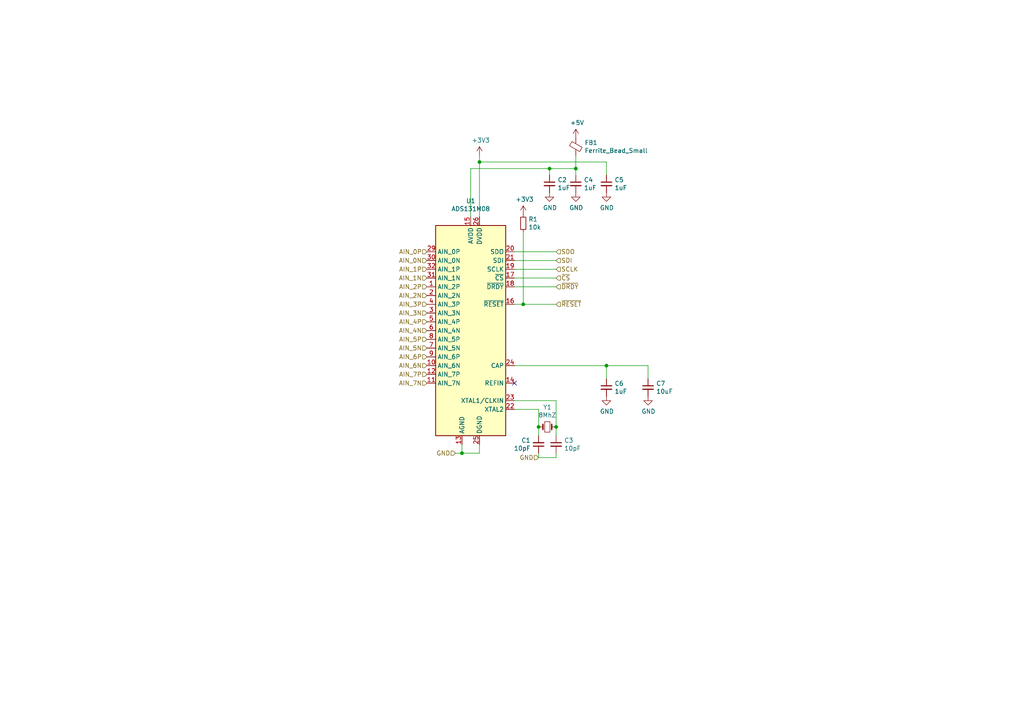
<source format=kicad_sch>
(kicad_sch (version 20211123) (generator eeschema)

  (uuid 065b9982-55f2-4822-977e-07e8a06e7b35)

  (paper "A4")

  (lib_symbols
    (symbol "Device:C_Small" (pin_numbers hide) (pin_names (offset 0.254) hide) (in_bom yes) (on_board yes)
      (property "Reference" "C" (id 0) (at 0.254 1.778 0)
        (effects (font (size 1.27 1.27)) (justify left))
      )
      (property "Value" "C_Small" (id 1) (at 0.254 -2.032 0)
        (effects (font (size 1.27 1.27)) (justify left))
      )
      (property "Footprint" "" (id 2) (at 0 0 0)
        (effects (font (size 1.27 1.27)) hide)
      )
      (property "Datasheet" "~" (id 3) (at 0 0 0)
        (effects (font (size 1.27 1.27)) hide)
      )
      (property "ki_keywords" "capacitor cap" (id 4) (at 0 0 0)
        (effects (font (size 1.27 1.27)) hide)
      )
      (property "ki_description" "Unpolarized capacitor, small symbol" (id 5) (at 0 0 0)
        (effects (font (size 1.27 1.27)) hide)
      )
      (property "ki_fp_filters" "C_*" (id 6) (at 0 0 0)
        (effects (font (size 1.27 1.27)) hide)
      )
      (symbol "C_Small_0_1"
        (polyline
          (pts
            (xy -1.524 -0.508)
            (xy 1.524 -0.508)
          )
          (stroke (width 0.3302) (type default) (color 0 0 0 0))
          (fill (type none))
        )
        (polyline
          (pts
            (xy -1.524 0.508)
            (xy 1.524 0.508)
          )
          (stroke (width 0.3048) (type default) (color 0 0 0 0))
          (fill (type none))
        )
      )
      (symbol "C_Small_1_1"
        (pin passive line (at 0 2.54 270) (length 2.032)
          (name "~" (effects (font (size 1.27 1.27))))
          (number "1" (effects (font (size 1.27 1.27))))
        )
        (pin passive line (at 0 -2.54 90) (length 2.032)
          (name "~" (effects (font (size 1.27 1.27))))
          (number "2" (effects (font (size 1.27 1.27))))
        )
      )
    )
    (symbol "Device:Crystal_Small" (pin_numbers hide) (pin_names (offset 1.016) hide) (in_bom yes) (on_board yes)
      (property "Reference" "Y" (id 0) (at 0 2.54 0)
        (effects (font (size 1.27 1.27)))
      )
      (property "Value" "Crystal_Small" (id 1) (at 0 -2.54 0)
        (effects (font (size 1.27 1.27)))
      )
      (property "Footprint" "" (id 2) (at 0 0 0)
        (effects (font (size 1.27 1.27)) hide)
      )
      (property "Datasheet" "~" (id 3) (at 0 0 0)
        (effects (font (size 1.27 1.27)) hide)
      )
      (property "ki_keywords" "quartz ceramic resonator oscillator" (id 4) (at 0 0 0)
        (effects (font (size 1.27 1.27)) hide)
      )
      (property "ki_description" "Two pin crystal, small symbol" (id 5) (at 0 0 0)
        (effects (font (size 1.27 1.27)) hide)
      )
      (property "ki_fp_filters" "Crystal*" (id 6) (at 0 0 0)
        (effects (font (size 1.27 1.27)) hide)
      )
      (symbol "Crystal_Small_0_1"
        (rectangle (start -0.762 -1.524) (end 0.762 1.524)
          (stroke (width 0) (type default) (color 0 0 0 0))
          (fill (type none))
        )
        (polyline
          (pts
            (xy -1.27 -0.762)
            (xy -1.27 0.762)
          )
          (stroke (width 0.381) (type default) (color 0 0 0 0))
          (fill (type none))
        )
        (polyline
          (pts
            (xy 1.27 -0.762)
            (xy 1.27 0.762)
          )
          (stroke (width 0.381) (type default) (color 0 0 0 0))
          (fill (type none))
        )
      )
      (symbol "Crystal_Small_1_1"
        (pin passive line (at -2.54 0 0) (length 1.27)
          (name "1" (effects (font (size 1.27 1.27))))
          (number "1" (effects (font (size 1.27 1.27))))
        )
        (pin passive line (at 2.54 0 180) (length 1.27)
          (name "2" (effects (font (size 1.27 1.27))))
          (number "2" (effects (font (size 1.27 1.27))))
        )
      )
    )
    (symbol "Device:Ferrite_Bead_Small" (pin_numbers hide) (pin_names (offset 0)) (in_bom yes) (on_board yes)
      (property "Reference" "FB" (id 0) (at 1.905 1.27 0)
        (effects (font (size 1.27 1.27)) (justify left))
      )
      (property "Value" "Device_Ferrite_Bead_Small" (id 1) (at 1.905 -1.27 0)
        (effects (font (size 1.27 1.27)) (justify left))
      )
      (property "Footprint" "" (id 2) (at -1.778 0 90)
        (effects (font (size 1.27 1.27)) hide)
      )
      (property "Datasheet" "" (id 3) (at 0 0 0)
        (effects (font (size 1.27 1.27)) hide)
      )
      (property "ki_fp_filters" "Inductor_* L_* *Ferrite*" (id 4) (at 0 0 0)
        (effects (font (size 1.27 1.27)) hide)
      )
      (symbol "Ferrite_Bead_Small_0_1"
        (polyline
          (pts
            (xy 0 -1.27)
            (xy 0 -0.7874)
          )
          (stroke (width 0) (type default) (color 0 0 0 0))
          (fill (type none))
        )
        (polyline
          (pts
            (xy 0 0.889)
            (xy 0 1.2954)
          )
          (stroke (width 0) (type default) (color 0 0 0 0))
          (fill (type none))
        )
        (polyline
          (pts
            (xy -1.8288 0.2794)
            (xy -1.1176 1.4986)
            (xy 1.8288 -0.2032)
            (xy 1.1176 -1.4224)
            (xy -1.8288 0.2794)
          )
          (stroke (width 0) (type default) (color 0 0 0 0))
          (fill (type none))
        )
      )
      (symbol "Ferrite_Bead_Small_1_1"
        (pin passive line (at 0 2.54 270) (length 1.27)
          (name "~" (effects (font (size 1.27 1.27))))
          (number "1" (effects (font (size 1.27 1.27))))
        )
        (pin passive line (at 0 -2.54 90) (length 1.27)
          (name "~" (effects (font (size 1.27 1.27))))
          (number "2" (effects (font (size 1.27 1.27))))
        )
      )
    )
    (symbol "Device:R_Small" (pin_numbers hide) (pin_names (offset 0.254) hide) (in_bom yes) (on_board yes)
      (property "Reference" "R" (id 0) (at 0.762 0.508 0)
        (effects (font (size 1.27 1.27)) (justify left))
      )
      (property "Value" "R_Small" (id 1) (at 0.762 -1.016 0)
        (effects (font (size 1.27 1.27)) (justify left))
      )
      (property "Footprint" "" (id 2) (at 0 0 0)
        (effects (font (size 1.27 1.27)) hide)
      )
      (property "Datasheet" "~" (id 3) (at 0 0 0)
        (effects (font (size 1.27 1.27)) hide)
      )
      (property "ki_keywords" "R resistor" (id 4) (at 0 0 0)
        (effects (font (size 1.27 1.27)) hide)
      )
      (property "ki_description" "Resistor, small symbol" (id 5) (at 0 0 0)
        (effects (font (size 1.27 1.27)) hide)
      )
      (property "ki_fp_filters" "R_*" (id 6) (at 0 0 0)
        (effects (font (size 1.27 1.27)) hide)
      )
      (symbol "R_Small_0_1"
        (rectangle (start -0.762 1.778) (end 0.762 -1.778)
          (stroke (width 0.2032) (type default) (color 0 0 0 0))
          (fill (type none))
        )
      )
      (symbol "R_Small_1_1"
        (pin passive line (at 0 2.54 270) (length 0.762)
          (name "~" (effects (font (size 1.27 1.27))))
          (number "1" (effects (font (size 1.27 1.27))))
        )
        (pin passive line (at 0 -2.54 90) (length 0.762)
          (name "~" (effects (font (size 1.27 1.27))))
          (number "2" (effects (font (size 1.27 1.27))))
        )
      )
    )
    (symbol "local:ADS131M08" (in_bom yes) (on_board yes)
      (property "Reference" "U?" (id 0) (at 0 37.6174 0)
        (effects (font (size 1.27 1.27)))
      )
      (property "Value" "ADS131M08" (id 1) (at 0 35.306 0)
        (effects (font (size 1.27 1.27)))
      )
      (property "Footprint" "Package_DFN_QFN:WQFN-32-1EP_5x5mm_P0.5mm_EP3.1x3.1mm" (id 2) (at 0 0 0)
        (effects (font (size 1.27 1.27)) hide)
      )
      (property "Datasheet" "https://www.ti.com/lit/ds/symlink/ads131m08.pdf?ts=1648074248791&ref_url=https%253A%252F%252Fwww.ti.com%252Fproduct%252FADS131M08" (id 3) (at 24.13 33.02 0)
        (effects (font (size 1.27 1.27)) hide)
      )
      (property "ki_fp_filters" "TSSOP*4.4x9.7mm*P0.5mm*" (id 4) (at 0 0 0)
        (effects (font (size 1.27 1.27)) hide)
      )
      (symbol "ADS131M08_0_1"
        (rectangle (start -10.16 30.48) (end 10.16 -30.48)
          (stroke (width 0.254) (type default) (color 0 0 0 0))
          (fill (type background))
        )
      )
      (symbol "ADS131M08_1_1"
        (pin input line (at -12.7 12.7 0) (length 2.54)
          (name "AIN_2P" (effects (font (size 1.27 1.27))))
          (number "1" (effects (font (size 1.27 1.27))))
        )
        (pin input line (at -12.7 -10.16 0) (length 2.54)
          (name "AIN_6N" (effects (font (size 1.27 1.27))))
          (number "10" (effects (font (size 1.27 1.27))))
        )
        (pin input line (at -12.7 -15.24 0) (length 2.54)
          (name "AIN_7N" (effects (font (size 1.27 1.27))))
          (number "11" (effects (font (size 1.27 1.27))))
        )
        (pin input line (at -12.7 -12.7 0) (length 2.54)
          (name "AIN_7P" (effects (font (size 1.27 1.27))))
          (number "12" (effects (font (size 1.27 1.27))))
        )
        (pin power_in line (at -2.54 -33.02 90) (length 2.54)
          (name "AGND" (effects (font (size 1.27 1.27))))
          (number "13" (effects (font (size 1.27 1.27))))
        )
        (pin passive line (at 12.7 -15.24 180) (length 2.54)
          (name "REFIN" (effects (font (size 1.27 1.27))))
          (number "14" (effects (font (size 1.27 1.27))))
        )
        (pin power_in line (at 0 33.02 270) (length 2.54)
          (name "AVDD" (effects (font (size 1.27 1.27))))
          (number "15" (effects (font (size 1.27 1.27))))
        )
        (pin input line (at 12.7 7.62 180) (length 2.54)
          (name "~{RESET}" (effects (font (size 1.27 1.27))))
          (number "16" (effects (font (size 1.27 1.27))))
        )
        (pin input line (at 12.7 15.24 180) (length 2.54)
          (name "~{CS}" (effects (font (size 1.27 1.27))))
          (number "17" (effects (font (size 1.27 1.27))))
        )
        (pin input line (at 12.7 12.7 180) (length 2.54)
          (name "~{DRDY}" (effects (font (size 1.27 1.27))))
          (number "18" (effects (font (size 1.27 1.27))))
        )
        (pin input line (at 12.7 17.78 180) (length 2.54)
          (name "SCLK" (effects (font (size 1.27 1.27))))
          (number "19" (effects (font (size 1.27 1.27))))
        )
        (pin input line (at -12.7 10.16 0) (length 2.54)
          (name "AIN_2N" (effects (font (size 1.27 1.27))))
          (number "2" (effects (font (size 1.27 1.27))))
        )
        (pin output line (at 12.7 22.86 180) (length 2.54)
          (name "SDO" (effects (font (size 1.27 1.27))))
          (number "20" (effects (font (size 1.27 1.27))))
        )
        (pin input line (at 12.7 20.32 180) (length 2.54)
          (name "SDI" (effects (font (size 1.27 1.27))))
          (number "21" (effects (font (size 1.27 1.27))))
        )
        (pin output line (at 12.7 -22.86 180) (length 2.54)
          (name "XTAL2" (effects (font (size 1.27 1.27))))
          (number "22" (effects (font (size 1.27 1.27))))
        )
        (pin input line (at 12.7 -20.32 180) (length 2.54)
          (name "XTAL1/CLKIN" (effects (font (size 1.27 1.27))))
          (number "23" (effects (font (size 1.27 1.27))))
        )
        (pin passive line (at 12.7 -10.16 180) (length 2.54)
          (name "CAP" (effects (font (size 1.27 1.27))))
          (number "24" (effects (font (size 1.27 1.27))))
        )
        (pin power_in line (at 2.54 -33.02 90) (length 2.54)
          (name "DGND" (effects (font (size 1.27 1.27))))
          (number "25" (effects (font (size 1.27 1.27))))
        )
        (pin power_in line (at 2.54 33.02 270) (length 2.54)
          (name "DVDD" (effects (font (size 1.27 1.27))))
          (number "26" (effects (font (size 1.27 1.27))))
        )
        (pin no_connect line (at 10.16 -5.08 180) (length 2.54) hide
          (name "DNC" (effects (font (size 1.27 1.27))))
          (number "27" (effects (font (size 1.27 1.27))))
        )
        (pin passive line (at -2.54 -33.02 90) (length 2.54) hide
          (name "AGND" (effects (font (size 1.27 1.27))))
          (number "28" (effects (font (size 1.27 1.27))))
        )
        (pin input line (at -12.7 22.86 0) (length 2.54)
          (name "AIN_0P" (effects (font (size 1.27 1.27))))
          (number "29" (effects (font (size 1.27 1.27))))
        )
        (pin input line (at -12.7 5.08 0) (length 2.54)
          (name "AIN_3N" (effects (font (size 1.27 1.27))))
          (number "3" (effects (font (size 1.27 1.27))))
        )
        (pin input line (at -12.7 20.32 0) (length 2.54)
          (name "AIN_0N" (effects (font (size 1.27 1.27))))
          (number "30" (effects (font (size 1.27 1.27))))
        )
        (pin input line (at -12.7 15.24 0) (length 2.54)
          (name "AIN_1N" (effects (font (size 1.27 1.27))))
          (number "31" (effects (font (size 1.27 1.27))))
        )
        (pin input line (at -12.7 17.78 0) (length 2.54)
          (name "AIN_1P" (effects (font (size 1.27 1.27))))
          (number "32" (effects (font (size 1.27 1.27))))
        )
        (pin passive line (at -2.54 -33.02 90) (length 2.54) hide
          (name "AGND" (effects (font (size 1.27 1.27))))
          (number "33" (effects (font (size 1.27 1.27))))
        )
        (pin input line (at -12.7 7.62 0) (length 2.54)
          (name "AIN_3P" (effects (font (size 1.27 1.27))))
          (number "4" (effects (font (size 1.27 1.27))))
        )
        (pin input line (at -12.7 2.54 0) (length 2.54)
          (name "AIN_4P" (effects (font (size 1.27 1.27))))
          (number "5" (effects (font (size 1.27 1.27))))
        )
        (pin input line (at -12.7 0 0) (length 2.54)
          (name "AIN_4N" (effects (font (size 1.27 1.27))))
          (number "6" (effects (font (size 1.27 1.27))))
        )
        (pin input line (at -12.7 -5.08 0) (length 2.54)
          (name "AIN_5N" (effects (font (size 1.27 1.27))))
          (number "7" (effects (font (size 1.27 1.27))))
        )
        (pin input line (at -12.7 -2.54 0) (length 2.54)
          (name "AIN_5P" (effects (font (size 1.27 1.27))))
          (number "8" (effects (font (size 1.27 1.27))))
        )
        (pin input line (at -12.7 -7.62 0) (length 2.54)
          (name "AIN_6P" (effects (font (size 1.27 1.27))))
          (number "9" (effects (font (size 1.27 1.27))))
        )
      )
    )
    (symbol "power:+3.3V" (power) (pin_names (offset 0)) (in_bom yes) (on_board yes)
      (property "Reference" "#PWR" (id 0) (at 0 -3.81 0)
        (effects (font (size 1.27 1.27)) hide)
      )
      (property "Value" "+3.3V" (id 1) (at 0 3.556 0)
        (effects (font (size 1.27 1.27)))
      )
      (property "Footprint" "" (id 2) (at 0 0 0)
        (effects (font (size 1.27 1.27)) hide)
      )
      (property "Datasheet" "" (id 3) (at 0 0 0)
        (effects (font (size 1.27 1.27)) hide)
      )
      (property "ki_keywords" "power-flag" (id 4) (at 0 0 0)
        (effects (font (size 1.27 1.27)) hide)
      )
      (property "ki_description" "Power symbol creates a global label with name \"+3.3V\"" (id 5) (at 0 0 0)
        (effects (font (size 1.27 1.27)) hide)
      )
      (symbol "+3.3V_0_1"
        (polyline
          (pts
            (xy -0.762 1.27)
            (xy 0 2.54)
          )
          (stroke (width 0) (type default) (color 0 0 0 0))
          (fill (type none))
        )
        (polyline
          (pts
            (xy 0 0)
            (xy 0 2.54)
          )
          (stroke (width 0) (type default) (color 0 0 0 0))
          (fill (type none))
        )
        (polyline
          (pts
            (xy 0 2.54)
            (xy 0.762 1.27)
          )
          (stroke (width 0) (type default) (color 0 0 0 0))
          (fill (type none))
        )
      )
      (symbol "+3.3V_1_1"
        (pin power_in line (at 0 0 90) (length 0) hide
          (name "+3V3" (effects (font (size 1.27 1.27))))
          (number "1" (effects (font (size 1.27 1.27))))
        )
      )
    )
    (symbol "power:+5V" (power) (pin_names (offset 0)) (in_bom yes) (on_board yes)
      (property "Reference" "#PWR" (id 0) (at 0 -3.81 0)
        (effects (font (size 1.27 1.27)) hide)
      )
      (property "Value" "+5V" (id 1) (at 0 3.556 0)
        (effects (font (size 1.27 1.27)))
      )
      (property "Footprint" "" (id 2) (at 0 0 0)
        (effects (font (size 1.27 1.27)) hide)
      )
      (property "Datasheet" "" (id 3) (at 0 0 0)
        (effects (font (size 1.27 1.27)) hide)
      )
      (property "ki_keywords" "power-flag" (id 4) (at 0 0 0)
        (effects (font (size 1.27 1.27)) hide)
      )
      (property "ki_description" "Power symbol creates a global label with name \"+5V\"" (id 5) (at 0 0 0)
        (effects (font (size 1.27 1.27)) hide)
      )
      (symbol "+5V_0_1"
        (polyline
          (pts
            (xy -0.762 1.27)
            (xy 0 2.54)
          )
          (stroke (width 0) (type default) (color 0 0 0 0))
          (fill (type none))
        )
        (polyline
          (pts
            (xy 0 0)
            (xy 0 2.54)
          )
          (stroke (width 0) (type default) (color 0 0 0 0))
          (fill (type none))
        )
        (polyline
          (pts
            (xy 0 2.54)
            (xy 0.762 1.27)
          )
          (stroke (width 0) (type default) (color 0 0 0 0))
          (fill (type none))
        )
      )
      (symbol "+5V_1_1"
        (pin power_in line (at 0 0 90) (length 0) hide
          (name "+5V" (effects (font (size 1.27 1.27))))
          (number "1" (effects (font (size 1.27 1.27))))
        )
      )
    )
    (symbol "power:GND" (power) (pin_names (offset 0)) (in_bom yes) (on_board yes)
      (property "Reference" "#PWR" (id 0) (at 0 -6.35 0)
        (effects (font (size 1.27 1.27)) hide)
      )
      (property "Value" "GND" (id 1) (at 0 -3.81 0)
        (effects (font (size 1.27 1.27)))
      )
      (property "Footprint" "" (id 2) (at 0 0 0)
        (effects (font (size 1.27 1.27)) hide)
      )
      (property "Datasheet" "" (id 3) (at 0 0 0)
        (effects (font (size 1.27 1.27)) hide)
      )
      (property "ki_keywords" "power-flag" (id 4) (at 0 0 0)
        (effects (font (size 1.27 1.27)) hide)
      )
      (property "ki_description" "Power symbol creates a global label with name \"GND\" , ground" (id 5) (at 0 0 0)
        (effects (font (size 1.27 1.27)) hide)
      )
      (symbol "GND_0_1"
        (polyline
          (pts
            (xy 0 0)
            (xy 0 -1.27)
            (xy 1.27 -1.27)
            (xy 0 -2.54)
            (xy -1.27 -1.27)
            (xy 0 -1.27)
          )
          (stroke (width 0) (type default) (color 0 0 0 0))
          (fill (type none))
        )
      )
      (symbol "GND_1_1"
        (pin power_in line (at 0 0 270) (length 0) hide
          (name "GND" (effects (font (size 1.27 1.27))))
          (number "1" (effects (font (size 1.27 1.27))))
        )
      )
    )
  )

  (junction (at 175.895 106.045) (diameter 0) (color 0 0 0 0)
    (uuid 2878a73c-5447-4cd9-8194-14f52ab9459c)
  )
  (junction (at 156.21 123.825) (diameter 0) (color 0 0 0 0)
    (uuid 7d0dab95-9e7a-486e-a1d7-fc48860fd57d)
  )
  (junction (at 167.005 48.895) (diameter 0) (color 0 0 0 0)
    (uuid aa79024d-ca7e-4c24-b127-7df08bbd0c75)
  )
  (junction (at 133.985 131.445) (diameter 0) (color 0 0 0 0)
    (uuid b7bf6e08-7978-4190-aff5-c90d967f0f9c)
  )
  (junction (at 151.765 88.265) (diameter 0) (color 0 0 0 0)
    (uuid c454102f-dc92-4550-9492-797fc8e6b49c)
  )
  (junction (at 161.29 123.825) (diameter 0) (color 0 0 0 0)
    (uuid c8a44971-63c1-4a19-879d-b6647b2dc08d)
  )
  (junction (at 139.065 46.99) (diameter 0) (color 0 0 0 0)
    (uuid d7417d8a-c372-4e78-9329-f1978dccc711)
  )
  (junction (at 159.385 48.895) (diameter 0) (color 0 0 0 0)
    (uuid fa918b6d-f6cf-4471-be3b-4ff713f55a2e)
  )

  (no_connect (at 149.225 111.125) (uuid 7a879184-fad8-4feb-afb5-86fe8d34f1f7))

  (wire (pts (xy 161.29 132.715) (xy 161.29 131.445))
    (stroke (width 0) (type default) (color 0 0 0 0))
    (uuid 0ceb97d6-1b0f-4b71-921e-b0955c30c998)
  )
  (wire (pts (xy 175.895 106.045) (xy 187.96 106.045))
    (stroke (width 0) (type default) (color 0 0 0 0))
    (uuid 109caac1-5036-4f23-9a66-f569d871501b)
  )
  (wire (pts (xy 156.21 123.825) (xy 156.21 126.365))
    (stroke (width 0) (type default) (color 0 0 0 0))
    (uuid 1241b7f2-e266-4f5c-8a97-9f0f9d0eef37)
  )
  (wire (pts (xy 175.895 109.855) (xy 175.895 106.045))
    (stroke (width 0) (type default) (color 0 0 0 0))
    (uuid 19b0959e-a79b-43b2-a5ad-525ced7e9131)
  )
  (wire (pts (xy 161.29 116.205) (xy 161.29 123.825))
    (stroke (width 0) (type default) (color 0 0 0 0))
    (uuid 27b2eb82-662b-42d8-90e6-830fec4bb8d2)
  )
  (wire (pts (xy 187.96 106.045) (xy 187.96 109.855))
    (stroke (width 0) (type default) (color 0 0 0 0))
    (uuid 31540a7e-dc9e-4e4d-96b1-dab15efa5f4b)
  )
  (wire (pts (xy 161.29 73.025) (xy 149.225 73.025))
    (stroke (width 0) (type default) (color 0 0 0 0))
    (uuid 3b686d17-1000-4762-ba31-589d599a3edf)
  )
  (wire (pts (xy 136.525 48.895) (xy 159.385 48.895))
    (stroke (width 0) (type default) (color 0 0 0 0))
    (uuid 477892a1-722e-4cda-bb6c-fcdb8ba5f93e)
  )
  (wire (pts (xy 139.065 45.085) (xy 139.065 46.99))
    (stroke (width 0) (type default) (color 0 0 0 0))
    (uuid 4db55cb8-197b-4402-871f-ce582b65664b)
  )
  (wire (pts (xy 161.29 88.265) (xy 151.765 88.265))
    (stroke (width 0) (type default) (color 0 0 0 0))
    (uuid 501880c3-8633-456f-9add-0e8fa1932ba6)
  )
  (wire (pts (xy 161.29 83.185) (xy 149.225 83.185))
    (stroke (width 0) (type default) (color 0 0 0 0))
    (uuid 5701b80f-f006-4814-81c9-0c7f006088a9)
  )
  (wire (pts (xy 156.21 123.825) (xy 156.21 118.745))
    (stroke (width 0) (type default) (color 0 0 0 0))
    (uuid 5d3d7893-1d11-4f1d-9052-85cf0e07d281)
  )
  (wire (pts (xy 161.29 123.825) (xy 161.29 126.365))
    (stroke (width 0) (type default) (color 0 0 0 0))
    (uuid 6241e6d3-a754-45b6-9f7c-e43019b93226)
  )
  (wire (pts (xy 133.985 128.905) (xy 133.985 131.445))
    (stroke (width 0) (type default) (color 0 0 0 0))
    (uuid 626679e8-6101-4722-ac57-5b8d9dab4c8b)
  )
  (wire (pts (xy 161.29 78.105) (xy 149.225 78.105))
    (stroke (width 0) (type default) (color 0 0 0 0))
    (uuid 66bc2bca-dab7-4947-a0ff-403cdaf9fb89)
  )
  (wire (pts (xy 156.21 118.745) (xy 149.225 118.745))
    (stroke (width 0) (type default) (color 0 0 0 0))
    (uuid 79476267-290e-445f-995b-0afd0e11a4b5)
  )
  (wire (pts (xy 149.225 116.205) (xy 161.29 116.205))
    (stroke (width 0) (type default) (color 0 0 0 0))
    (uuid 8b290a17-6328-4178-9131-29524d345539)
  )
  (wire (pts (xy 149.225 106.045) (xy 175.895 106.045))
    (stroke (width 0) (type default) (color 0 0 0 0))
    (uuid 8c1605f9-6c91-4701-96bf-e753661d5e23)
  )
  (wire (pts (xy 159.385 50.8) (xy 159.385 48.895))
    (stroke (width 0) (type default) (color 0 0 0 0))
    (uuid 9031bb33-c6aa-4758-bf5c-3274ed3ebab7)
  )
  (wire (pts (xy 151.765 67.31) (xy 151.765 88.265))
    (stroke (width 0) (type default) (color 0 0 0 0))
    (uuid 9186fd02-f30d-4e17-aa38-378ab73e3908)
  )
  (wire (pts (xy 161.29 75.565) (xy 149.225 75.565))
    (stroke (width 0) (type default) (color 0 0 0 0))
    (uuid 9286cf02-1563-41d2-9931-c192c33bab31)
  )
  (wire (pts (xy 159.385 48.895) (xy 167.005 48.895))
    (stroke (width 0) (type default) (color 0 0 0 0))
    (uuid 9aedbb9e-8340-4899-b813-05b23382a36b)
  )
  (wire (pts (xy 161.29 80.645) (xy 149.225 80.645))
    (stroke (width 0) (type default) (color 0 0 0 0))
    (uuid 9b6bb172-1ac4-440a-ac75-c1917d9d59c7)
  )
  (wire (pts (xy 132.08 131.445) (xy 133.985 131.445))
    (stroke (width 0) (type default) (color 0 0 0 0))
    (uuid 9f782c92-a5e8-49db-bfda-752b35522ce4)
  )
  (wire (pts (xy 136.525 62.865) (xy 136.525 48.895))
    (stroke (width 0) (type default) (color 0 0 0 0))
    (uuid a48794f1-3fb2-41f2-81c1-7fb24334d2ac)
  )
  (wire (pts (xy 156.21 131.445) (xy 156.21 132.715))
    (stroke (width 0) (type default) (color 0 0 0 0))
    (uuid a7f25f41-0b4c-4430-b6cd-b2160b2db099)
  )
  (wire (pts (xy 139.065 46.99) (xy 175.895 46.99))
    (stroke (width 0) (type default) (color 0 0 0 0))
    (uuid b09666f9-12f1-4ee9-8877-2292c94258ca)
  )
  (wire (pts (xy 133.985 131.445) (xy 139.065 131.445))
    (stroke (width 0) (type default) (color 0 0 0 0))
    (uuid b59f18ce-2e34-4b6e-b14d-8d73b8268179)
  )
  (wire (pts (xy 175.895 50.8) (xy 175.895 46.99))
    (stroke (width 0) (type default) (color 0 0 0 0))
    (uuid c7af8405-da2e-4a34-b9b8-518f342f8995)
  )
  (wire (pts (xy 139.065 46.99) (xy 139.065 62.865))
    (stroke (width 0) (type default) (color 0 0 0 0))
    (uuid cc269e33-056f-4019-90fe-c6d021b8723d)
  )
  (wire (pts (xy 139.065 131.445) (xy 139.065 128.905))
    (stroke (width 0) (type default) (color 0 0 0 0))
    (uuid ccc4cc25-ac17-45ef-825c-e079951ffb21)
  )
  (wire (pts (xy 149.225 88.265) (xy 151.765 88.265))
    (stroke (width 0) (type default) (color 0 0 0 0))
    (uuid d1eca865-05c5-48a4-96cf-ed5f8a640e25)
  )
  (wire (pts (xy 156.21 132.715) (xy 161.29 132.715))
    (stroke (width 0) (type default) (color 0 0 0 0))
    (uuid f1782535-55f4-4299-bd4f-6f51b0b7259c)
  )
  (wire (pts (xy 167.005 45.085) (xy 167.005 48.895))
    (stroke (width 0) (type default) (color 0 0 0 0))
    (uuid f7667b23-296e-4362-a7e3-949632c8954b)
  )
  (wire (pts (xy 167.005 48.895) (xy 167.005 50.8))
    (stroke (width 0) (type default) (color 0 0 0 0))
    (uuid f8fc38ec-0b98-40bc-ae2f-e5cc29973bca)
  )

  (hierarchical_label "AIN_4N" (shape input) (at 123.825 95.885 180)
    (effects (font (size 1.27 1.27)) (justify right))
    (uuid 18d11f32-e1a6-4f29-8e3c-0bfeb07299bd)
  )
  (hierarchical_label "GND" (shape input) (at 156.21 132.715 180)
    (effects (font (size 1.27 1.27)) (justify right))
    (uuid 2b5a9ad3-7ec4-447d-916c-47adf5f9674f)
  )
  (hierarchical_label "~{DRDY}" (shape input) (at 161.29 83.185 0)
    (effects (font (size 1.27 1.27)) (justify left))
    (uuid 44646447-0a8e-4aec-a74e-22bf765d0f33)
  )
  (hierarchical_label "AIN_2N" (shape input) (at 123.825 85.725 180)
    (effects (font (size 1.27 1.27)) (justify right))
    (uuid 53e34696-241f-47e5-a477-f469335c8a61)
  )
  (hierarchical_label "AIN_1P" (shape input) (at 123.825 78.105 180)
    (effects (font (size 1.27 1.27)) (justify right))
    (uuid 5a222fb6-5159-4931-9015-19df65643140)
  )
  (hierarchical_label "AIN_4P" (shape input) (at 123.825 93.345 180)
    (effects (font (size 1.27 1.27)) (justify right))
    (uuid 6325c32f-c82a-4357-b022-f9c7e76f412e)
  )
  (hierarchical_label "SDI" (shape input) (at 161.29 75.565 0)
    (effects (font (size 1.27 1.27)) (justify left))
    (uuid 63c56ea4-91a3-4172-b9de-a4388cc8f894)
  )
  (hierarchical_label "AIN_0P" (shape input) (at 123.825 73.025 180)
    (effects (font (size 1.27 1.27)) (justify right))
    (uuid 691af561-538d-4e8f-a916-26cad45eb7d6)
  )
  (hierarchical_label "AIN_6P" (shape input) (at 123.825 103.505 180)
    (effects (font (size 1.27 1.27)) (justify right))
    (uuid 6afc19cf-38b4-47a3-bc2b-445b18724310)
  )
  (hierarchical_label "AIN_0N" (shape input) (at 123.825 75.565 180)
    (effects (font (size 1.27 1.27)) (justify right))
    (uuid 7ce7415d-7c22-49f6-8215-488853ccc8c6)
  )
  (hierarchical_label "AIN_5N" (shape input) (at 123.825 100.965 180)
    (effects (font (size 1.27 1.27)) (justify right))
    (uuid 84d296ba-3d39-4264-ad19-947f90c54396)
  )
  (hierarchical_label "AIN_1N" (shape input) (at 123.825 80.645 180)
    (effects (font (size 1.27 1.27)) (justify right))
    (uuid 88002554-c459-46e5-8b22-6ea6fe07fd4c)
  )
  (hierarchical_label "AIN_2P" (shape input) (at 123.825 83.185 180)
    (effects (font (size 1.27 1.27)) (justify right))
    (uuid 8cdc8ef9-532e-4bf5-9998-7213b9e692a2)
  )
  (hierarchical_label "~{RESET}" (shape input) (at 161.29 88.265 0)
    (effects (font (size 1.27 1.27)) (justify left))
    (uuid 91fe070a-a49b-4bc5-805a-42f23e10d114)
  )
  (hierarchical_label "AIN_3P" (shape input) (at 123.825 88.265 180)
    (effects (font (size 1.27 1.27)) (justify right))
    (uuid 9390234f-bf3f-46cd-b6a0-8a438ec76e9f)
  )
  (hierarchical_label "AIN_3N" (shape input) (at 123.825 90.805 180)
    (effects (font (size 1.27 1.27)) (justify right))
    (uuid 9e813ec2-d4ce-4e2e-b379-c6fedb4c45db)
  )
  (hierarchical_label "AIN_5P" (shape input) (at 123.825 98.425 180)
    (effects (font (size 1.27 1.27)) (justify right))
    (uuid a90361cd-254c-4d27-ae1f-9a6c85bafe28)
  )
  (hierarchical_label "SCLK" (shape input) (at 161.29 78.105 0)
    (effects (font (size 1.27 1.27)) (justify left))
    (uuid c25449d6-d734-4953-b762-98f82a830248)
  )
  (hierarchical_label "AIN_7N" (shape input) (at 123.825 111.125 180)
    (effects (font (size 1.27 1.27)) (justify right))
    (uuid c8a7af6e-c432-4fa3-91ee-c8bf0c5a9ebe)
  )
  (hierarchical_label "SDO" (shape input) (at 161.29 73.025 0)
    (effects (font (size 1.27 1.27)) (justify left))
    (uuid cebb9021-66d3-4116-98d4-5e6f3c1552be)
  )
  (hierarchical_label "AIN_7P" (shape input) (at 123.825 108.585 180)
    (effects (font (size 1.27 1.27)) (justify right))
    (uuid d01102e9-b170-4eb1-a0a4-9a31feb850b7)
  )
  (hierarchical_label "~{CS}" (shape input) (at 161.29 80.645 0)
    (effects (font (size 1.27 1.27)) (justify left))
    (uuid d7e4abd8-69f5-4706-b12e-898194e5bf56)
  )
  (hierarchical_label "GND" (shape input) (at 132.08 131.445 180)
    (effects (font (size 1.27 1.27)) (justify right))
    (uuid da6f4122-0ecc-496f-b0fd-e4abef534976)
  )
  (hierarchical_label "AIN_6N" (shape input) (at 123.825 106.045 180)
    (effects (font (size 1.27 1.27)) (justify right))
    (uuid fe14c012-3d58-4e5e-9a37-4b9765a7f764)
  )

  (symbol (lib_id "local:ADS131M08") (at 136.525 95.885 0) (unit 1)
    (in_bom yes) (on_board yes)
    (uuid 00000000-0000-0000-0000-000060d02b59)
    (property "Reference" "U1" (id 0) (at 136.525 58.2676 0))
    (property "Value" "ADS131M08" (id 1) (at 136.525 60.579 0))
    (property "Footprint" "Package_DFN_QFN:WQFN-32-1EP_5x5mm_P0.5mm_EP3.1x3.1mm" (id 2) (at 136.525 95.885 0)
      (effects (font (size 1.27 1.27)) hide)
    )
    (property "Datasheet" "https://www.ti.com/lit/ds/symlink/ads131m08.pdf?ts=1648074248791&ref_url=https%253A%252F%252Fwww.ti.com%252Fproduct%252FADS131M08" (id 3) (at 160.655 62.865 0)
      (effects (font (size 1.27 1.27)) hide)
    )
    (pin "1" (uuid be3e69fd-dd70-47a7-a7b1-367c3ef65e2a))
    (pin "10" (uuid e6435d88-c640-402d-b6eb-f1add5cc8cf3))
    (pin "11" (uuid ec476015-7d51-4a00-b3ed-ae1bac58710e))
    (pin "12" (uuid d520016d-f479-4060-9d51-e550cbb7b606))
    (pin "13" (uuid 6432cddb-4e39-4373-bb81-2585db655729))
    (pin "14" (uuid 5004f799-883c-49f9-920f-3434b537d57c))
    (pin "15" (uuid a8eafbc2-5481-482f-8c3b-d241d6f3400d))
    (pin "16" (uuid 1d7a0db0-1e34-4afd-90b9-1fa200dff340))
    (pin "17" (uuid 6847c589-e257-46b3-a884-90bcbf2a3279))
    (pin "18" (uuid ec58a2eb-5bcb-40ee-8026-13e63dee9bb3))
    (pin "19" (uuid 6c4d66b3-1d82-4f44-81d4-99bbb036d203))
    (pin "2" (uuid c78772b8-d0a1-4672-9c0e-41aa34b84b72))
    (pin "20" (uuid d1bada52-a9e9-4a38-8119-ad83eb790d5d))
    (pin "21" (uuid 0a13916f-d137-4daa-bd1b-f90fe53ebdda))
    (pin "22" (uuid 4f7e05c0-2ffc-4bcf-a8f9-cf139eb9a79b))
    (pin "23" (uuid 1f834229-509b-436e-bb36-3bd0f28f89a5))
    (pin "24" (uuid 547a84d7-9a8d-4566-81a3-593b6f366520))
    (pin "25" (uuid 35632c21-c899-42d0-a81c-cb15ac19809a))
    (pin "26" (uuid 596a0134-78fe-4dbe-b5ad-ac5040289e55))
    (pin "27" (uuid 955e7d06-0262-4af9-8bb7-d8c4ea04846a))
    (pin "28" (uuid 439e3f45-e1bb-4f24-bea1-334b47ca4202))
    (pin "29" (uuid 2ba3ed47-5d95-4832-a26e-158e0a930596))
    (pin "3" (uuid cc073c7c-c548-4ce9-80c7-a7bf9c3b9e38))
    (pin "30" (uuid 94bb06f5-aab9-46d1-9441-ab1ef5a45beb))
    (pin "31" (uuid 4ab551cb-af90-4a28-ada4-ad097cd54376))
    (pin "32" (uuid aec4e2fa-ae3d-4cbd-8887-fd81c3238312))
    (pin "33" (uuid 3e764768-1d95-4646-b6ac-f85aa75030fa))
    (pin "4" (uuid 6682d32a-7b70-4bab-8549-bb0c42bf0c24))
    (pin "5" (uuid 2c13ac44-cfb8-4a3f-b4e8-9e0dfb7efa85))
    (pin "6" (uuid 57b7e1ca-3186-40e6-8356-fd308ea14aef))
    (pin "7" (uuid c9f8a667-56e5-4553-8ef3-121996891bce))
    (pin "8" (uuid b2364ccc-d560-471e-96fb-ac59e9de768a))
    (pin "9" (uuid 5aa753e8-567a-4e75-bce7-ff31c80c2785))
  )

  (symbol (lib_id "Device:C_Small") (at 187.96 112.395 0) (unit 1)
    (in_bom yes) (on_board yes)
    (uuid 00000000-0000-0000-0000-000060d1b19e)
    (property "Reference" "C7" (id 0) (at 190.2968 111.2266 0)
      (effects (font (size 1.27 1.27)) (justify left))
    )
    (property "Value" "10uF" (id 1) (at 190.2968 113.538 0)
      (effects (font (size 1.27 1.27)) (justify left))
    )
    (property "Footprint" "Capacitor_SMD:C_0603_1608Metric" (id 2) (at 187.96 112.395 0)
      (effects (font (size 1.27 1.27)) hide)
    )
    (property "Datasheet" "~" (id 3) (at 187.96 112.395 0)
      (effects (font (size 1.27 1.27)) hide)
    )
    (pin "1" (uuid 745ac3c1-3d17-4fda-b46a-99c4063682a7))
    (pin "2" (uuid 0fa8f216-7976-445e-819d-2f4ec93065a6))
  )

  (symbol (lib_id "Device:C_Small") (at 175.895 112.395 0) (unit 1)
    (in_bom yes) (on_board yes)
    (uuid 00000000-0000-0000-0000-000060d1b1a4)
    (property "Reference" "C6" (id 0) (at 178.2318 111.2266 0)
      (effects (font (size 1.27 1.27)) (justify left))
    )
    (property "Value" "1uF" (id 1) (at 178.2318 113.538 0)
      (effects (font (size 1.27 1.27)) (justify left))
    )
    (property "Footprint" "Capacitor_SMD:C_0603_1608Metric" (id 2) (at 175.895 112.395 0)
      (effects (font (size 1.27 1.27)) hide)
    )
    (property "Datasheet" "~" (id 3) (at 175.895 112.395 0)
      (effects (font (size 1.27 1.27)) hide)
    )
    (pin "1" (uuid 8c8730ef-8afc-440c-bb89-45bbd19f3ef4))
    (pin "2" (uuid b14339d2-ff3f-4bd1-b0ce-2a24ed551060))
  )

  (symbol (lib_id "power:+5V") (at 167.005 40.005 0) (unit 1)
    (in_bom yes) (on_board yes)
    (uuid 00000000-0000-0000-0000-000060d1b1c4)
    (property "Reference" "#PWR0105" (id 0) (at 167.005 43.815 0)
      (effects (font (size 1.27 1.27)) hide)
    )
    (property "Value" "+5V" (id 1) (at 167.386 35.6108 0))
    (property "Footprint" "" (id 2) (at 167.005 40.005 0)
      (effects (font (size 1.27 1.27)) hide)
    )
    (property "Datasheet" "" (id 3) (at 167.005 40.005 0)
      (effects (font (size 1.27 1.27)) hide)
    )
    (pin "1" (uuid 1075c308-b5bb-44bc-847a-178364e5c8cd))
  )

  (symbol (lib_id "power:GND") (at 187.96 114.935 0) (unit 1)
    (in_bom yes) (on_board yes)
    (uuid 00000000-0000-0000-0000-000060d1b1d7)
    (property "Reference" "#PWR0110" (id 0) (at 187.96 121.285 0)
      (effects (font (size 1.27 1.27)) hide)
    )
    (property "Value" "GND" (id 1) (at 188.087 119.3292 0))
    (property "Footprint" "" (id 2) (at 187.96 114.935 0)
      (effects (font (size 1.27 1.27)) hide)
    )
    (property "Datasheet" "" (id 3) (at 187.96 114.935 0)
      (effects (font (size 1.27 1.27)) hide)
    )
    (pin "1" (uuid 17818bd0-a4e7-4580-b0ac-e000ca40c2b1))
  )

  (symbol (lib_id "power:GND") (at 175.895 114.935 0) (unit 1)
    (in_bom yes) (on_board yes)
    (uuid 00000000-0000-0000-0000-000060d1b1dd)
    (property "Reference" "#PWR0109" (id 0) (at 175.895 121.285 0)
      (effects (font (size 1.27 1.27)) hide)
    )
    (property "Value" "GND" (id 1) (at 176.022 119.3292 0))
    (property "Footprint" "" (id 2) (at 175.895 114.935 0)
      (effects (font (size 1.27 1.27)) hide)
    )
    (property "Datasheet" "" (id 3) (at 175.895 114.935 0)
      (effects (font (size 1.27 1.27)) hide)
    )
    (pin "1" (uuid 3aaf1361-7b71-452c-aa61-68599d28c9b0))
  )

  (symbol (lib_id "Device:C_Small") (at 167.005 53.34 0) (unit 1)
    (in_bom yes) (on_board yes)
    (uuid 00000000-0000-0000-0000-000060d1b1e3)
    (property "Reference" "C4" (id 0) (at 169.3418 52.1716 0)
      (effects (font (size 1.27 1.27)) (justify left))
    )
    (property "Value" "1uF" (id 1) (at 169.3418 54.483 0)
      (effects (font (size 1.27 1.27)) (justify left))
    )
    (property "Footprint" "Capacitor_SMD:C_0603_1608Metric" (id 2) (at 167.005 53.34 0)
      (effects (font (size 1.27 1.27)) hide)
    )
    (property "Datasheet" "~" (id 3) (at 167.005 53.34 0)
      (effects (font (size 1.27 1.27)) hide)
    )
    (pin "1" (uuid 2234457f-9057-4be2-8e0e-f35b71d7bac5))
    (pin "2" (uuid 01152626-cb74-43e3-bc37-58b3491bc02f))
  )

  (symbol (lib_id "power:GND") (at 167.005 55.88 0) (unit 1)
    (in_bom yes) (on_board yes)
    (uuid 00000000-0000-0000-0000-000060d1b1e9)
    (property "Reference" "#PWR0107" (id 0) (at 167.005 62.23 0)
      (effects (font (size 1.27 1.27)) hide)
    )
    (property "Value" "GND" (id 1) (at 167.132 60.2742 0))
    (property "Footprint" "" (id 2) (at 167.005 55.88 0)
      (effects (font (size 1.27 1.27)) hide)
    )
    (property "Datasheet" "" (id 3) (at 167.005 55.88 0)
      (effects (font (size 1.27 1.27)) hide)
    )
    (pin "1" (uuid aedb08ef-cf68-474b-b4e7-0d00b92fcedf))
  )

  (symbol (lib_id "Device:C_Small") (at 175.895 53.34 0) (unit 1)
    (in_bom yes) (on_board yes)
    (uuid 00000000-0000-0000-0000-000060d1b1f0)
    (property "Reference" "C5" (id 0) (at 178.2318 52.1716 0)
      (effects (font (size 1.27 1.27)) (justify left))
    )
    (property "Value" "1uF" (id 1) (at 178.2318 54.483 0)
      (effects (font (size 1.27 1.27)) (justify left))
    )
    (property "Footprint" "Capacitor_SMD:C_0603_1608Metric" (id 2) (at 175.895 53.34 0)
      (effects (font (size 1.27 1.27)) hide)
    )
    (property "Datasheet" "~" (id 3) (at 175.895 53.34 0)
      (effects (font (size 1.27 1.27)) hide)
    )
    (pin "1" (uuid 1dcdb473-7f98-4824-b563-5b06102857b1))
    (pin "2" (uuid 09d9e456-47bb-412d-9874-8dc8d76c4c82))
  )

  (symbol (lib_id "power:GND") (at 175.895 55.88 0) (unit 1)
    (in_bom yes) (on_board yes)
    (uuid 00000000-0000-0000-0000-000060d1b1f6)
    (property "Reference" "#PWR0108" (id 0) (at 175.895 62.23 0)
      (effects (font (size 1.27 1.27)) hide)
    )
    (property "Value" "GND" (id 1) (at 176.022 60.2742 0))
    (property "Footprint" "" (id 2) (at 175.895 55.88 0)
      (effects (font (size 1.27 1.27)) hide)
    )
    (property "Datasheet" "" (id 3) (at 175.895 55.88 0)
      (effects (font (size 1.27 1.27)) hide)
    )
    (pin "1" (uuid ed27f89d-6de3-4d7f-9a26-3623474e38b2))
  )

  (symbol (lib_id "Device:Ferrite_Bead_Small") (at 167.005 42.545 0) (unit 1)
    (in_bom yes) (on_board yes)
    (uuid 00000000-0000-0000-0000-000060d1b207)
    (property "Reference" "FB1" (id 0) (at 169.545 41.3766 0)
      (effects (font (size 1.27 1.27)) (justify left))
    )
    (property "Value" "Ferrite_Bead_Small" (id 1) (at 169.545 43.688 0)
      (effects (font (size 1.27 1.27)) (justify left))
    )
    (property "Footprint" "Inductor_SMD:L_0603_1608Metric" (id 2) (at 165.227 42.545 90)
      (effects (font (size 1.27 1.27)) hide)
    )
    (property "Datasheet" "~" (id 3) (at 167.005 42.545 0)
      (effects (font (size 1.27 1.27)) hide)
    )
    (pin "1" (uuid 80881318-82e5-40d7-b92d-c41a41b7e7f9))
    (pin "2" (uuid 37f212f6-89d3-4e74-a37a-48edf5fecb39))
  )

  (symbol (lib_id "power:+3.3V") (at 139.065 45.085 0) (unit 1)
    (in_bom yes) (on_board yes)
    (uuid 00000000-0000-0000-0000-000060d1b20d)
    (property "Reference" "#PWR0106" (id 0) (at 139.065 48.895 0)
      (effects (font (size 1.27 1.27)) hide)
    )
    (property "Value" "+3.3V" (id 1) (at 139.446 40.6908 0))
    (property "Footprint" "" (id 2) (at 139.065 45.085 0)
      (effects (font (size 1.27 1.27)) hide)
    )
    (property "Datasheet" "" (id 3) (at 139.065 45.085 0)
      (effects (font (size 1.27 1.27)) hide)
    )
    (pin "1" (uuid e4f6779f-248c-43d4-ac69-68bbd89522b7))
  )

  (symbol (lib_id "Device:R_Small") (at 151.765 64.77 0) (unit 1)
    (in_bom yes) (on_board yes)
    (uuid 00000000-0000-0000-0000-000060d1b213)
    (property "Reference" "R1" (id 0) (at 153.2636 63.6016 0)
      (effects (font (size 1.27 1.27)) (justify left))
    )
    (property "Value" "10k" (id 1) (at 153.2636 65.913 0)
      (effects (font (size 1.27 1.27)) (justify left))
    )
    (property "Footprint" "Resistor_SMD:R_0603_1608Metric" (id 2) (at 151.765 64.77 0)
      (effects (font (size 1.27 1.27)) hide)
    )
    (property "Datasheet" "~" (id 3) (at 151.765 64.77 0)
      (effects (font (size 1.27 1.27)) hide)
    )
    (pin "1" (uuid a37f9c2b-d677-49b9-9d8c-d8cbc38ce02b))
    (pin "2" (uuid 3e0ddb44-d2e0-4bda-98d0-0e13a42c4989))
  )

  (symbol (lib_id "power:+3.3V") (at 151.765 62.23 0) (unit 1)
    (in_bom yes) (on_board yes)
    (uuid 00000000-0000-0000-0000-000060d1b219)
    (property "Reference" "#PWR0102" (id 0) (at 151.765 66.04 0)
      (effects (font (size 1.27 1.27)) hide)
    )
    (property "Value" "+3.3V" (id 1) (at 152.146 57.8358 0))
    (property "Footprint" "" (id 2) (at 151.765 62.23 0)
      (effects (font (size 1.27 1.27)) hide)
    )
    (property "Datasheet" "" (id 3) (at 151.765 62.23 0)
      (effects (font (size 1.27 1.27)) hide)
    )
    (pin "1" (uuid 0bf67f95-63e0-4cf9-975e-9fca1866cc10))
  )

  (symbol (lib_id "Device:C_Small") (at 159.385 53.34 0) (unit 1)
    (in_bom yes) (on_board yes)
    (uuid 00000000-0000-0000-0000-000060d1b250)
    (property "Reference" "C2" (id 0) (at 161.7218 52.1716 0)
      (effects (font (size 1.27 1.27)) (justify left))
    )
    (property "Value" "1uF" (id 1) (at 161.7218 54.483 0)
      (effects (font (size 1.27 1.27)) (justify left))
    )
    (property "Footprint" "Capacitor_SMD:C_0603_1608Metric" (id 2) (at 159.385 53.34 0)
      (effects (font (size 1.27 1.27)) hide)
    )
    (property "Datasheet" "~" (id 3) (at 159.385 53.34 0)
      (effects (font (size 1.27 1.27)) hide)
    )
    (pin "1" (uuid b963fd24-0780-4680-8614-fe86ef253063))
    (pin "2" (uuid 5515c735-5cb5-48e5-bfca-e781b067d2d6))
  )

  (symbol (lib_id "power:GND") (at 159.385 55.88 0) (unit 1)
    (in_bom yes) (on_board yes)
    (uuid 00000000-0000-0000-0000-000060d1b256)
    (property "Reference" "#PWR0104" (id 0) (at 159.385 62.23 0)
      (effects (font (size 1.27 1.27)) hide)
    )
    (property "Value" "GND" (id 1) (at 159.512 60.2742 0))
    (property "Footprint" "" (id 2) (at 159.385 55.88 0)
      (effects (font (size 1.27 1.27)) hide)
    )
    (property "Datasheet" "" (id 3) (at 159.385 55.88 0)
      (effects (font (size 1.27 1.27)) hide)
    )
    (pin "1" (uuid ba4eb812-e504-4734-ac61-1ccbd8b7fa97))
  )

  (symbol (lib_id "Device:Crystal_Small") (at 158.75 123.825 0) (unit 1)
    (in_bom yes) (on_board yes)
    (uuid 00000000-0000-0000-0000-000060d399ec)
    (property "Reference" "Y1" (id 0) (at 158.75 118.11 0))
    (property "Value" "8MhZ" (id 1) (at 158.75 120.4214 0))
    (property "Footprint" "Crystal:Crystal_SMD_5032-2Pin_5.0x3.2mm" (id 2) (at 158.75 123.825 0)
      (effects (font (size 1.27 1.27)) hide)
    )
    (property "Datasheet" "~" (id 3) (at 158.75 123.825 0)
      (effects (font (size 1.27 1.27)) hide)
    )
    (pin "1" (uuid a59bd763-2144-4f0b-809d-d637e0dfcdc4))
    (pin "2" (uuid 79ab6e16-661e-417e-b40d-0e1f11e6a610))
  )

  (symbol (lib_id "Device:C_Small") (at 156.21 128.905 0) (mirror x) (unit 1)
    (in_bom yes) (on_board yes)
    (uuid 00000000-0000-0000-0000-000060d3e818)
    (property "Reference" "C1" (id 0) (at 153.8986 127.7366 0)
      (effects (font (size 1.27 1.27)) (justify right))
    )
    (property "Value" "10pF" (id 1) (at 153.8986 130.048 0)
      (effects (font (size 1.27 1.27)) (justify right))
    )
    (property "Footprint" "Capacitor_SMD:C_0603_1608Metric" (id 2) (at 156.21 128.905 0)
      (effects (font (size 1.27 1.27)) hide)
    )
    (property "Datasheet" "~" (id 3) (at 156.21 128.905 0)
      (effects (font (size 1.27 1.27)) hide)
    )
    (pin "1" (uuid 02d1e0a8-bf20-455f-b69e-845f84f2ba41))
    (pin "2" (uuid fa78709e-d1fe-4fb1-9cc2-ae29e80e63e7))
  )

  (symbol (lib_id "Device:C_Small") (at 161.29 128.905 0) (unit 1)
    (in_bom yes) (on_board yes)
    (uuid 00000000-0000-0000-0000-000060d3f43a)
    (property "Reference" "C3" (id 0) (at 163.6268 127.7366 0)
      (effects (font (size 1.27 1.27)) (justify left))
    )
    (property "Value" "10pF" (id 1) (at 163.6268 130.048 0)
      (effects (font (size 1.27 1.27)) (justify left))
    )
    (property "Footprint" "Capacitor_SMD:C_0603_1608Metric" (id 2) (at 161.29 128.905 0)
      (effects (font (size 1.27 1.27)) hide)
    )
    (property "Datasheet" "~" (id 3) (at 161.29 128.905 0)
      (effects (font (size 1.27 1.27)) hide)
    )
    (pin "1" (uuid 993d7cdd-55ce-4b31-bbe5-a80221307d3b))
    (pin "2" (uuid 4ca306ad-2ffb-405a-a6ba-c42be3530fcb))
  )
)

</source>
